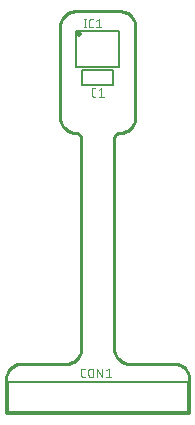
<source format=gbr>
G04 EAGLE Gerber RS-274X export*
G75*
%MOMM*%
%FSLAX34Y34*%
%LPD*%
%INSilkscreen Top*%
%IPPOS*%
%AMOC8*
5,1,8,0,0,1.08239X$1,22.5*%
G01*
%ADD10C,0.127000*%
%ADD11C,0.076200*%
%ADD12C,0.254000*%


D10*
X59055Y323850D02*
X95885Y323850D01*
X95885Y293370D01*
X59055Y293370D01*
X59055Y323850D01*
X60175Y321310D02*
X60177Y321385D01*
X60183Y321460D01*
X60193Y321534D01*
X60207Y321608D01*
X60224Y321681D01*
X60246Y321752D01*
X60271Y321823D01*
X60300Y321892D01*
X60332Y321960D01*
X60368Y322025D01*
X60408Y322089D01*
X60451Y322151D01*
X60497Y322210D01*
X60546Y322267D01*
X60598Y322321D01*
X60652Y322372D01*
X60710Y322420D01*
X60769Y322465D01*
X60832Y322507D01*
X60896Y322546D01*
X60962Y322581D01*
X61030Y322613D01*
X61100Y322641D01*
X61170Y322665D01*
X61243Y322686D01*
X61316Y322702D01*
X61390Y322715D01*
X61464Y322724D01*
X61539Y322729D01*
X61614Y322730D01*
X61689Y322727D01*
X61763Y322720D01*
X61837Y322709D01*
X61911Y322694D01*
X61984Y322676D01*
X62055Y322653D01*
X62125Y322627D01*
X62194Y322597D01*
X62261Y322564D01*
X62327Y322527D01*
X62390Y322487D01*
X62451Y322443D01*
X62509Y322396D01*
X62565Y322347D01*
X62619Y322294D01*
X62669Y322239D01*
X62717Y322181D01*
X62761Y322120D01*
X62802Y322058D01*
X62840Y321993D01*
X62874Y321926D01*
X62905Y321858D01*
X62932Y321788D01*
X62956Y321717D01*
X62975Y321644D01*
X62991Y321571D01*
X63003Y321497D01*
X63011Y321422D01*
X63015Y321347D01*
X63015Y321273D01*
X63011Y321198D01*
X63003Y321123D01*
X62991Y321049D01*
X62975Y320976D01*
X62956Y320903D01*
X62932Y320832D01*
X62905Y320762D01*
X62874Y320694D01*
X62840Y320627D01*
X62802Y320562D01*
X62761Y320500D01*
X62717Y320439D01*
X62669Y320381D01*
X62619Y320326D01*
X62565Y320273D01*
X62509Y320224D01*
X62451Y320177D01*
X62390Y320133D01*
X62327Y320093D01*
X62261Y320056D01*
X62194Y320023D01*
X62125Y319993D01*
X62055Y319967D01*
X61984Y319944D01*
X61911Y319926D01*
X61837Y319911D01*
X61763Y319900D01*
X61689Y319893D01*
X61614Y319890D01*
X61539Y319891D01*
X61464Y319896D01*
X61390Y319905D01*
X61316Y319918D01*
X61243Y319934D01*
X61170Y319955D01*
X61100Y319979D01*
X61030Y320007D01*
X60962Y320039D01*
X60896Y320074D01*
X60832Y320113D01*
X60769Y320155D01*
X60710Y320200D01*
X60652Y320248D01*
X60598Y320299D01*
X60546Y320353D01*
X60497Y320410D01*
X60451Y320469D01*
X60408Y320531D01*
X60368Y320595D01*
X60332Y320660D01*
X60300Y320728D01*
X60271Y320797D01*
X60246Y320868D01*
X60224Y320939D01*
X60207Y321012D01*
X60193Y321086D01*
X60183Y321160D01*
X60177Y321235D01*
X60175Y321310D01*
D11*
X66489Y326761D02*
X66489Y334127D01*
X65671Y326761D02*
X67308Y326761D01*
X67308Y334127D02*
X65671Y334127D01*
X71909Y326761D02*
X73546Y326761D01*
X71909Y326761D02*
X71831Y326763D01*
X71753Y326768D01*
X71676Y326778D01*
X71599Y326791D01*
X71523Y326807D01*
X71448Y326827D01*
X71374Y326851D01*
X71301Y326878D01*
X71229Y326909D01*
X71159Y326943D01*
X71091Y326980D01*
X71024Y327021D01*
X70959Y327065D01*
X70897Y327111D01*
X70837Y327161D01*
X70779Y327213D01*
X70724Y327268D01*
X70672Y327326D01*
X70622Y327386D01*
X70576Y327448D01*
X70532Y327513D01*
X70491Y327580D01*
X70454Y327648D01*
X70420Y327718D01*
X70389Y327790D01*
X70362Y327863D01*
X70338Y327937D01*
X70318Y328012D01*
X70302Y328088D01*
X70289Y328165D01*
X70279Y328242D01*
X70274Y328320D01*
X70272Y328398D01*
X70272Y332490D01*
X70274Y332570D01*
X70280Y332650D01*
X70290Y332730D01*
X70303Y332809D01*
X70321Y332888D01*
X70342Y332965D01*
X70368Y333041D01*
X70397Y333116D01*
X70429Y333190D01*
X70465Y333262D01*
X70505Y333332D01*
X70548Y333399D01*
X70594Y333465D01*
X70644Y333528D01*
X70696Y333589D01*
X70751Y333648D01*
X70810Y333703D01*
X70870Y333755D01*
X70934Y333805D01*
X71000Y333851D01*
X71067Y333894D01*
X71137Y333934D01*
X71209Y333970D01*
X71283Y334002D01*
X71357Y334031D01*
X71434Y334057D01*
X71511Y334078D01*
X71590Y334096D01*
X71669Y334109D01*
X71749Y334119D01*
X71829Y334125D01*
X71909Y334127D01*
X73546Y334127D01*
X76391Y332490D02*
X78438Y334127D01*
X78438Y326761D01*
X80484Y326761D02*
X76391Y326761D01*
D10*
X64135Y290830D02*
X90805Y290830D01*
X90805Y278130D01*
X64135Y278130D01*
X64135Y290830D01*
D11*
X74001Y268097D02*
X75638Y268097D01*
X74001Y268097D02*
X73923Y268099D01*
X73845Y268104D01*
X73768Y268114D01*
X73691Y268127D01*
X73615Y268143D01*
X73540Y268163D01*
X73466Y268187D01*
X73393Y268214D01*
X73321Y268245D01*
X73251Y268279D01*
X73183Y268316D01*
X73116Y268357D01*
X73051Y268401D01*
X72989Y268447D01*
X72929Y268497D01*
X72871Y268549D01*
X72816Y268604D01*
X72764Y268662D01*
X72714Y268722D01*
X72668Y268784D01*
X72624Y268849D01*
X72583Y268916D01*
X72546Y268984D01*
X72512Y269054D01*
X72481Y269126D01*
X72454Y269199D01*
X72430Y269273D01*
X72410Y269348D01*
X72394Y269424D01*
X72381Y269501D01*
X72371Y269578D01*
X72366Y269656D01*
X72364Y269734D01*
X72364Y273826D01*
X72366Y273906D01*
X72372Y273986D01*
X72382Y274066D01*
X72395Y274145D01*
X72413Y274224D01*
X72434Y274301D01*
X72460Y274377D01*
X72489Y274452D01*
X72521Y274526D01*
X72557Y274598D01*
X72597Y274668D01*
X72640Y274735D01*
X72686Y274801D01*
X72736Y274864D01*
X72788Y274925D01*
X72843Y274984D01*
X72902Y275039D01*
X72962Y275091D01*
X73026Y275141D01*
X73092Y275187D01*
X73159Y275230D01*
X73229Y275270D01*
X73301Y275306D01*
X73375Y275338D01*
X73449Y275367D01*
X73526Y275393D01*
X73603Y275414D01*
X73682Y275432D01*
X73761Y275445D01*
X73841Y275455D01*
X73921Y275461D01*
X74001Y275463D01*
X75638Y275463D01*
X78483Y273826D02*
X80530Y275463D01*
X80530Y268097D01*
X82576Y268097D02*
X78483Y268097D01*
D10*
X153670Y26670D02*
X1270Y26670D01*
X153670Y26670D02*
X153670Y1270D01*
X1270Y1270D01*
X1270Y26670D01*
D11*
X65172Y30607D02*
X66809Y30607D01*
X65172Y30607D02*
X65094Y30609D01*
X65016Y30614D01*
X64939Y30624D01*
X64862Y30637D01*
X64786Y30653D01*
X64711Y30673D01*
X64637Y30697D01*
X64564Y30724D01*
X64492Y30755D01*
X64422Y30789D01*
X64354Y30826D01*
X64287Y30867D01*
X64222Y30911D01*
X64160Y30957D01*
X64100Y31007D01*
X64042Y31059D01*
X63987Y31114D01*
X63935Y31172D01*
X63885Y31232D01*
X63839Y31294D01*
X63795Y31359D01*
X63754Y31426D01*
X63717Y31494D01*
X63683Y31564D01*
X63652Y31636D01*
X63625Y31709D01*
X63601Y31783D01*
X63581Y31858D01*
X63565Y31934D01*
X63552Y32011D01*
X63542Y32088D01*
X63537Y32166D01*
X63535Y32244D01*
X63535Y36336D01*
X63537Y36416D01*
X63543Y36496D01*
X63553Y36576D01*
X63566Y36655D01*
X63584Y36734D01*
X63605Y36811D01*
X63631Y36887D01*
X63660Y36962D01*
X63692Y37036D01*
X63728Y37108D01*
X63768Y37178D01*
X63811Y37245D01*
X63857Y37311D01*
X63907Y37374D01*
X63959Y37435D01*
X64014Y37494D01*
X64073Y37549D01*
X64133Y37601D01*
X64197Y37651D01*
X64263Y37697D01*
X64330Y37740D01*
X64400Y37780D01*
X64472Y37816D01*
X64546Y37848D01*
X64620Y37877D01*
X64697Y37903D01*
X64774Y37924D01*
X64853Y37942D01*
X64932Y37955D01*
X65012Y37965D01*
X65092Y37971D01*
X65172Y37973D01*
X66809Y37973D01*
X69654Y35927D02*
X69654Y32653D01*
X69655Y35927D02*
X69657Y36016D01*
X69663Y36105D01*
X69673Y36194D01*
X69686Y36282D01*
X69703Y36370D01*
X69725Y36457D01*
X69750Y36542D01*
X69778Y36627D01*
X69811Y36710D01*
X69847Y36792D01*
X69886Y36872D01*
X69929Y36950D01*
X69975Y37026D01*
X70025Y37101D01*
X70078Y37173D01*
X70134Y37242D01*
X70193Y37309D01*
X70254Y37374D01*
X70319Y37435D01*
X70386Y37494D01*
X70455Y37550D01*
X70527Y37603D01*
X70602Y37653D01*
X70678Y37699D01*
X70756Y37742D01*
X70836Y37781D01*
X70918Y37817D01*
X71001Y37850D01*
X71086Y37878D01*
X71171Y37903D01*
X71258Y37925D01*
X71346Y37942D01*
X71434Y37955D01*
X71523Y37965D01*
X71612Y37971D01*
X71701Y37973D01*
X71790Y37971D01*
X71879Y37965D01*
X71968Y37955D01*
X72056Y37942D01*
X72144Y37925D01*
X72231Y37903D01*
X72316Y37878D01*
X72401Y37850D01*
X72484Y37817D01*
X72566Y37781D01*
X72646Y37742D01*
X72724Y37699D01*
X72800Y37653D01*
X72875Y37603D01*
X72947Y37550D01*
X73016Y37494D01*
X73083Y37435D01*
X73148Y37374D01*
X73209Y37309D01*
X73268Y37242D01*
X73324Y37173D01*
X73377Y37101D01*
X73427Y37026D01*
X73473Y36950D01*
X73516Y36872D01*
X73555Y36792D01*
X73591Y36710D01*
X73624Y36627D01*
X73652Y36542D01*
X73677Y36457D01*
X73699Y36370D01*
X73716Y36282D01*
X73729Y36194D01*
X73739Y36105D01*
X73745Y36016D01*
X73747Y35927D01*
X73747Y32653D01*
X73745Y32564D01*
X73739Y32475D01*
X73729Y32386D01*
X73716Y32298D01*
X73699Y32210D01*
X73677Y32123D01*
X73652Y32038D01*
X73624Y31953D01*
X73591Y31870D01*
X73555Y31788D01*
X73516Y31708D01*
X73473Y31630D01*
X73427Y31554D01*
X73377Y31479D01*
X73324Y31407D01*
X73268Y31338D01*
X73209Y31271D01*
X73148Y31206D01*
X73083Y31145D01*
X73016Y31086D01*
X72947Y31030D01*
X72875Y30977D01*
X72800Y30927D01*
X72724Y30881D01*
X72646Y30838D01*
X72566Y30799D01*
X72484Y30763D01*
X72401Y30730D01*
X72316Y30702D01*
X72231Y30677D01*
X72144Y30655D01*
X72056Y30638D01*
X71968Y30625D01*
X71879Y30615D01*
X71790Y30609D01*
X71701Y30607D01*
X71612Y30609D01*
X71523Y30615D01*
X71434Y30625D01*
X71346Y30638D01*
X71258Y30655D01*
X71171Y30677D01*
X71086Y30702D01*
X71001Y30730D01*
X70918Y30763D01*
X70836Y30799D01*
X70756Y30838D01*
X70678Y30881D01*
X70602Y30927D01*
X70527Y30977D01*
X70455Y31030D01*
X70386Y31086D01*
X70319Y31145D01*
X70254Y31206D01*
X70193Y31271D01*
X70134Y31338D01*
X70078Y31407D01*
X70025Y31479D01*
X69975Y31554D01*
X69929Y31630D01*
X69886Y31708D01*
X69847Y31788D01*
X69811Y31870D01*
X69778Y31953D01*
X69750Y32038D01*
X69725Y32123D01*
X69703Y32210D01*
X69686Y32298D01*
X69673Y32386D01*
X69663Y32475D01*
X69657Y32564D01*
X69655Y32653D01*
X77213Y30607D02*
X77213Y37973D01*
X81306Y30607D01*
X81306Y37973D01*
X84772Y36336D02*
X86819Y37973D01*
X86819Y30607D01*
X88865Y30607D02*
X84772Y30607D01*
D12*
X0Y0D02*
X154940Y0D01*
X154940Y29210D01*
X154892Y30317D01*
X154747Y31415D01*
X154507Y32497D01*
X154174Y33554D01*
X153750Y34577D01*
X153239Y35560D01*
X152643Y36494D01*
X151969Y37373D01*
X151220Y38190D01*
X150403Y38939D01*
X149524Y39613D01*
X148590Y40209D01*
X147607Y40720D01*
X146584Y41144D01*
X145527Y41477D01*
X144445Y41717D01*
X143347Y41862D01*
X142240Y41910D01*
X104140Y41910D01*
X103033Y41958D01*
X101935Y42103D01*
X100853Y42343D01*
X99796Y42676D01*
X98773Y43100D01*
X97790Y43611D01*
X96856Y44207D01*
X95977Y44881D01*
X95160Y45630D01*
X94411Y46447D01*
X93737Y47326D01*
X93141Y48260D01*
X92630Y49243D01*
X92206Y50266D01*
X91873Y51323D01*
X91633Y52405D01*
X91488Y53503D01*
X91440Y54610D01*
X91440Y232410D01*
X91459Y232853D01*
X91517Y233292D01*
X91613Y233725D01*
X91746Y234147D01*
X91916Y234557D01*
X92121Y234950D01*
X92359Y235324D01*
X92629Y235675D01*
X92928Y236002D01*
X93255Y236302D01*
X93606Y236571D01*
X93980Y236809D01*
X94373Y237014D01*
X94783Y237184D01*
X95205Y237317D01*
X95638Y237413D01*
X96077Y237471D01*
X96520Y237490D01*
X97627Y237538D01*
X98725Y237683D01*
X99807Y237923D01*
X100864Y238256D01*
X101887Y238680D01*
X102870Y239191D01*
X103804Y239787D01*
X104683Y240461D01*
X105500Y241210D01*
X106249Y242027D01*
X106923Y242906D01*
X107519Y243840D01*
X108030Y244823D01*
X108454Y245846D01*
X108787Y246903D01*
X109027Y247985D01*
X109172Y249083D01*
X109220Y250190D01*
X109220Y327660D01*
X109172Y328767D01*
X109027Y329865D01*
X108787Y330947D01*
X108454Y332004D01*
X108030Y333027D01*
X107519Y334010D01*
X106923Y334944D01*
X106249Y335823D01*
X105500Y336640D01*
X104683Y337389D01*
X103804Y338063D01*
X102870Y338659D01*
X101887Y339170D01*
X100864Y339594D01*
X99807Y339927D01*
X98725Y340167D01*
X97627Y340312D01*
X96520Y340360D01*
X58420Y340360D01*
X57313Y340312D01*
X56215Y340167D01*
X55133Y339927D01*
X54076Y339594D01*
X53053Y339170D01*
X52070Y338659D01*
X51136Y338063D01*
X50257Y337389D01*
X49440Y336640D01*
X48691Y335823D01*
X48017Y334944D01*
X47421Y334010D01*
X46910Y333027D01*
X46486Y332004D01*
X46153Y330947D01*
X45913Y329865D01*
X45768Y328767D01*
X45720Y327660D01*
X45720Y250190D01*
X45768Y249083D01*
X45913Y247985D01*
X46153Y246903D01*
X46486Y245846D01*
X46910Y244823D01*
X47421Y243840D01*
X48017Y242906D01*
X48691Y242027D01*
X49440Y241210D01*
X50257Y240461D01*
X51136Y239787D01*
X52070Y239191D01*
X53053Y238680D01*
X54076Y238256D01*
X55133Y237923D01*
X56215Y237683D01*
X57313Y237538D01*
X58420Y237490D01*
X58863Y237471D01*
X59302Y237413D01*
X59735Y237317D01*
X60157Y237184D01*
X60567Y237014D01*
X60960Y236809D01*
X61334Y236571D01*
X61685Y236302D01*
X62012Y236002D01*
X62312Y235675D01*
X62581Y235324D01*
X62819Y234950D01*
X63024Y234557D01*
X63194Y234147D01*
X63327Y233725D01*
X63423Y233292D01*
X63481Y232853D01*
X63500Y232410D01*
X63500Y54610D01*
X63452Y53503D01*
X63307Y52405D01*
X63067Y51323D01*
X62734Y50266D01*
X62310Y49243D01*
X61799Y48260D01*
X61203Y47326D01*
X60529Y46447D01*
X59780Y45630D01*
X58963Y44881D01*
X58084Y44207D01*
X57150Y43611D01*
X56167Y43100D01*
X55144Y42676D01*
X54087Y42343D01*
X53005Y42103D01*
X51907Y41958D01*
X50800Y41910D01*
X12700Y41910D01*
X11593Y41862D01*
X10495Y41717D01*
X9413Y41477D01*
X8356Y41144D01*
X7333Y40720D01*
X6350Y40209D01*
X5416Y39613D01*
X4537Y38939D01*
X3720Y38190D01*
X2971Y37373D01*
X2297Y36494D01*
X1701Y35560D01*
X1190Y34577D01*
X766Y33554D01*
X433Y32497D01*
X193Y31415D01*
X48Y30317D01*
X0Y29210D01*
X0Y0D01*
M02*

</source>
